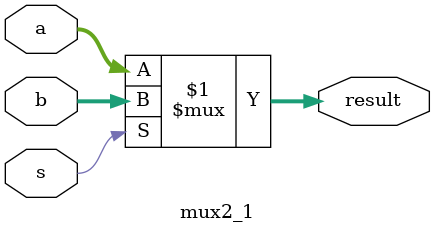
<source format=v>

`timescale 1ns / 1ps


module mux2_1(a,b,s,result);
input [31:0]a,b;
input s;
output [31:0] result;

assign result = s ? b : a ;

endmodule

</source>
